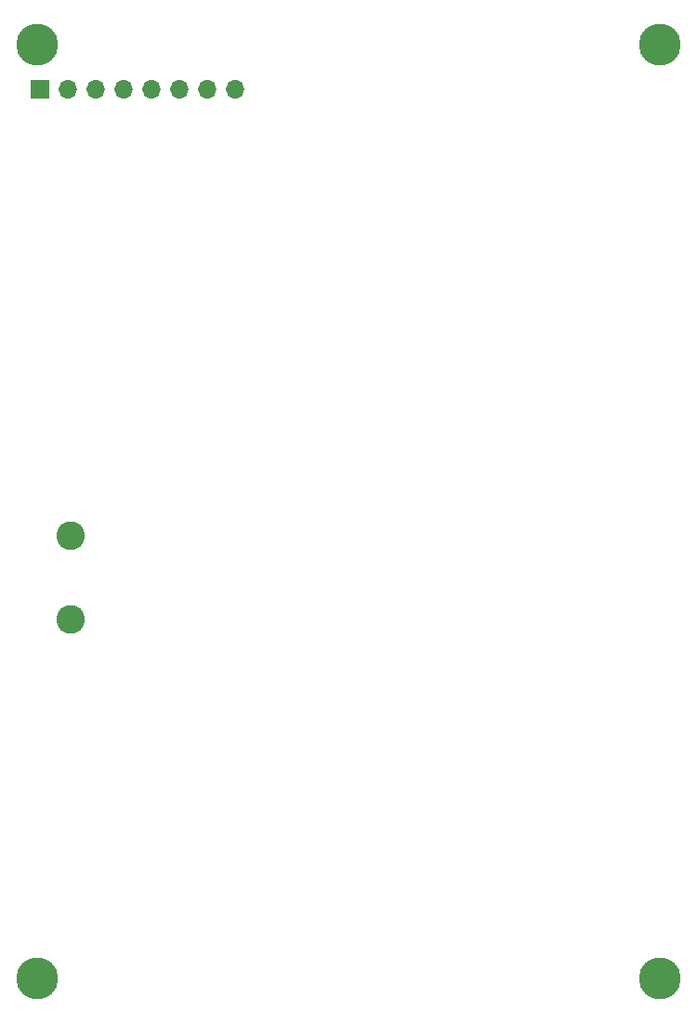
<source format=gts>
%TF.GenerationSoftware,KiCad,Pcbnew,(6.0.5)*%
%TF.CreationDate,2023-01-23T16:42:54-08:00*%
%TF.ProjectId,Coil_Panels_Z,436f696c-5f50-4616-9e65-6c735f5a2e6b,rev?*%
%TF.SameCoordinates,Original*%
%TF.FileFunction,Soldermask,Top*%
%TF.FilePolarity,Negative*%
%FSLAX46Y46*%
G04 Gerber Fmt 4.6, Leading zero omitted, Abs format (unit mm)*
G04 Created by KiCad (PCBNEW (6.0.5)) date 2023-01-23 16:42:54*
%MOMM*%
%LPD*%
G01*
G04 APERTURE LIST*
%ADD10R,1.700000X1.700000*%
%ADD11O,1.700000X1.700000*%
%ADD12C,2.600000*%
%ADD13C,3.800000*%
G04 APERTURE END LIST*
D10*
X106254000Y-54585600D03*
D11*
X108794000Y-54585600D03*
X111334000Y-54585600D03*
X113874000Y-54585600D03*
X116414000Y-54585600D03*
X118954000Y-54585600D03*
X121494000Y-54585600D03*
X124034000Y-54585600D03*
D12*
X108976000Y-95217600D03*
X108976000Y-102837600D03*
D13*
X105988000Y-50513200D03*
D12*
X105988000Y-50513200D03*
X105988000Y-135513200D03*
D13*
X105988000Y-135513200D03*
D12*
X162662000Y-50513200D03*
D13*
X162662000Y-50513200D03*
D12*
X162662000Y-135513200D03*
D13*
X162662000Y-135513200D03*
M02*

</source>
